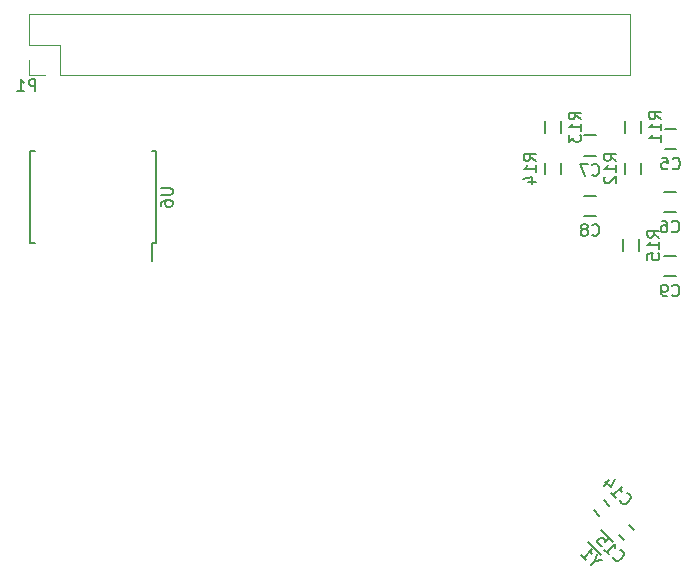
<source format=gbo>
G04 #@! TF.GenerationSoftware,KiCad,Pcbnew,5.0.0-fee4fd1~66~ubuntu18.04.1*
G04 #@! TF.CreationDate,2018-10-08T20:34:26+02:00*
G04 #@! TF.ProjectId,rasle,7261736C652E6B696361645F70636200,rev?*
G04 #@! TF.SameCoordinates,Original*
G04 #@! TF.FileFunction,Legend,Bot*
G04 #@! TF.FilePolarity,Positive*
%FSLAX46Y46*%
G04 Gerber Fmt 4.6, Leading zero omitted, Abs format (unit mm)*
G04 Created by KiCad (PCBNEW 5.0.0-fee4fd1~66~ubuntu18.04.1) date Mon Oct  8 20:34:26 2018*
%MOMM*%
%LPD*%
G01*
G04 APERTURE LIST*
%ADD10C,0.150000*%
%ADD11C,0.120000*%
G04 APERTURE END LIST*
D10*
G04 #@! TO.C,C8*
X254059200Y-110288000D02*
X255059200Y-110288000D01*
X255059200Y-111988000D02*
X254059200Y-111988000D01*
G04 #@! TO.C,C14*
X254849579Y-136864107D02*
X255344553Y-137359081D01*
X256193081Y-136510553D02*
X255698107Y-136015579D01*
G04 #@! TO.C,C15*
X258304351Y-138621823D02*
X257809377Y-138126849D01*
X256960849Y-138975377D02*
X257455823Y-139470351D01*
G04 #@! TO.C,R11*
X258881640Y-104934940D02*
X258881640Y-103934940D01*
X257531640Y-103934940D02*
X257531640Y-104934940D01*
G04 #@! TO.C,C9*
X261830840Y-117101020D02*
X260830840Y-117101020D01*
X260830840Y-115401020D02*
X261830840Y-115401020D01*
G04 #@! TO.C,R14*
X250714280Y-107473160D02*
X250714280Y-108473160D01*
X252064280Y-108473160D02*
X252064280Y-107473160D01*
G04 #@! TO.C,Y1*
X255465980Y-138581220D02*
X256526640Y-139641880D01*
X254405320Y-139641880D02*
X255465980Y-140702540D01*
G04 #@! TO.C,R12*
X257531640Y-107478240D02*
X257531640Y-108478240D01*
X258881640Y-108478240D02*
X258881640Y-107478240D01*
G04 #@! TO.C,R13*
X252076980Y-104955260D02*
X252076980Y-103955260D01*
X250726980Y-103955260D02*
X250726980Y-104955260D01*
G04 #@! TO.C,R15*
X258724160Y-114967240D02*
X258724160Y-113967240D01*
X257374160Y-113967240D02*
X257374160Y-114967240D01*
D11*
G04 #@! TO.C,P1*
X207040000Y-94900000D02*
X207040000Y-97500000D01*
X207040000Y-94900000D02*
X257960000Y-94900000D01*
X257960000Y-94900000D02*
X257960000Y-100100000D01*
X209640000Y-100100000D02*
X257960000Y-100100000D01*
X209640000Y-97500000D02*
X209640000Y-100100000D01*
X207040000Y-97500000D02*
X209640000Y-97500000D01*
X207040000Y-100100000D02*
X208370000Y-100100000D01*
X207040000Y-98770000D02*
X207040000Y-100100000D01*
D10*
G04 #@! TO.C,C5*
X260866400Y-104649200D02*
X261866400Y-104649200D01*
X261866400Y-106349200D02*
X260866400Y-106349200D01*
G04 #@! TO.C,C6*
X261803660Y-111680660D02*
X260803660Y-111680660D01*
X260803660Y-109980660D02*
X261803660Y-109980660D01*
G04 #@! TO.C,C7*
X255060980Y-106880060D02*
X254060980Y-106880060D01*
X254060980Y-105180060D02*
X255060980Y-105180060D01*
G04 #@! TO.C,U6*
X217821800Y-114276400D02*
X217466800Y-114276400D01*
X217821800Y-106526400D02*
X217466800Y-106526400D01*
X207171800Y-106526400D02*
X207526800Y-106526400D01*
X207171800Y-114276400D02*
X207526800Y-114276400D01*
X217821800Y-114276400D02*
X217821800Y-106526400D01*
X207171800Y-114276400D02*
X207171800Y-106526400D01*
X217466800Y-114276400D02*
X217466800Y-115801400D01*
G04 #@! TO.C,C8*
X254725866Y-113595142D02*
X254773485Y-113642761D01*
X254916342Y-113690380D01*
X255011580Y-113690380D01*
X255154438Y-113642761D01*
X255249676Y-113547523D01*
X255297295Y-113452285D01*
X255344914Y-113261809D01*
X255344914Y-113118952D01*
X255297295Y-112928476D01*
X255249676Y-112833238D01*
X255154438Y-112738000D01*
X255011580Y-112690380D01*
X254916342Y-112690380D01*
X254773485Y-112738000D01*
X254725866Y-112785619D01*
X254154438Y-113118952D02*
X254249676Y-113071333D01*
X254297295Y-113023714D01*
X254344914Y-112928476D01*
X254344914Y-112880857D01*
X254297295Y-112785619D01*
X254249676Y-112738000D01*
X254154438Y-112690380D01*
X253963961Y-112690380D01*
X253868723Y-112738000D01*
X253821104Y-112785619D01*
X253773485Y-112880857D01*
X253773485Y-112928476D01*
X253821104Y-113023714D01*
X253868723Y-113071333D01*
X253963961Y-113118952D01*
X254154438Y-113118952D01*
X254249676Y-113166571D01*
X254297295Y-113214190D01*
X254344914Y-113309428D01*
X254344914Y-113499904D01*
X254297295Y-113595142D01*
X254249676Y-113642761D01*
X254154438Y-113690380D01*
X253963961Y-113690380D01*
X253868723Y-113642761D01*
X253821104Y-113595142D01*
X253773485Y-113499904D01*
X253773485Y-113309428D01*
X253821104Y-113214190D01*
X253868723Y-113166571D01*
X253963961Y-113118952D01*
G04 #@! TO.C,C14*
X257066863Y-136050933D02*
X257066863Y-136118277D01*
X257134207Y-136252964D01*
X257201550Y-136320307D01*
X257336237Y-136387651D01*
X257470924Y-136387651D01*
X257571939Y-136353979D01*
X257740298Y-136252964D01*
X257841313Y-136151949D01*
X257942329Y-135983590D01*
X257976000Y-135882575D01*
X257976000Y-135747888D01*
X257908657Y-135613201D01*
X257841313Y-135545857D01*
X257706626Y-135478514D01*
X257639283Y-135478514D01*
X256326084Y-135444842D02*
X256730145Y-135848903D01*
X256528115Y-135646872D02*
X257235222Y-134939765D01*
X257201550Y-135108124D01*
X257201550Y-135242811D01*
X257235222Y-135343826D01*
X256191397Y-134367346D02*
X255719993Y-134838750D01*
X256629130Y-134266330D02*
X256292413Y-134939765D01*
X255854680Y-134502033D01*
G04 #@! TO.C,C15*
X256491127Y-140849209D02*
X256491127Y-140916553D01*
X256558471Y-141051240D01*
X256625814Y-141118583D01*
X256760501Y-141185927D01*
X256895188Y-141185927D01*
X256996203Y-141152255D01*
X257164562Y-141051240D01*
X257265577Y-140950225D01*
X257366593Y-140781866D01*
X257400264Y-140680851D01*
X257400264Y-140546164D01*
X257332921Y-140411477D01*
X257265577Y-140344133D01*
X257130890Y-140276790D01*
X257063547Y-140276790D01*
X255750348Y-140243118D02*
X256154409Y-140647179D01*
X255952379Y-140445148D02*
X256659486Y-139738041D01*
X256625814Y-139906400D01*
X256625814Y-140041087D01*
X256659486Y-140142102D01*
X255817692Y-138896248D02*
X256154409Y-139232965D01*
X255851364Y-139603354D01*
X255851364Y-139536011D01*
X255817692Y-139434996D01*
X255649333Y-139266637D01*
X255548318Y-139232965D01*
X255480974Y-139232965D01*
X255379959Y-139266637D01*
X255211600Y-139434996D01*
X255177929Y-139536011D01*
X255177929Y-139603354D01*
X255211600Y-139704370D01*
X255379959Y-139872728D01*
X255480974Y-139906400D01*
X255548318Y-139906400D01*
G04 #@! TO.C,R11*
X260559020Y-103792082D02*
X260082830Y-103458749D01*
X260559020Y-103220654D02*
X259559020Y-103220654D01*
X259559020Y-103601606D01*
X259606640Y-103696844D01*
X259654259Y-103744463D01*
X259749497Y-103792082D01*
X259892354Y-103792082D01*
X259987592Y-103744463D01*
X260035211Y-103696844D01*
X260082830Y-103601606D01*
X260082830Y-103220654D01*
X260559020Y-104744463D02*
X260559020Y-104173035D01*
X260559020Y-104458749D02*
X259559020Y-104458749D01*
X259701878Y-104363511D01*
X259797116Y-104268273D01*
X259844735Y-104173035D01*
X260559020Y-105696844D02*
X260559020Y-105125416D01*
X260559020Y-105411130D02*
X259559020Y-105411130D01*
X259701878Y-105315892D01*
X259797116Y-105220654D01*
X259844735Y-105125416D01*
G04 #@! TO.C,C9*
X261497506Y-118708162D02*
X261545125Y-118755781D01*
X261687982Y-118803400D01*
X261783220Y-118803400D01*
X261926078Y-118755781D01*
X262021316Y-118660543D01*
X262068935Y-118565305D01*
X262116554Y-118374829D01*
X262116554Y-118231972D01*
X262068935Y-118041496D01*
X262021316Y-117946258D01*
X261926078Y-117851020D01*
X261783220Y-117803400D01*
X261687982Y-117803400D01*
X261545125Y-117851020D01*
X261497506Y-117898639D01*
X261021316Y-118803400D02*
X260830840Y-118803400D01*
X260735601Y-118755781D01*
X260687982Y-118708162D01*
X260592744Y-118565305D01*
X260545125Y-118374829D01*
X260545125Y-117993877D01*
X260592744Y-117898639D01*
X260640363Y-117851020D01*
X260735601Y-117803400D01*
X260926078Y-117803400D01*
X261021316Y-117851020D01*
X261068935Y-117898639D01*
X261116554Y-117993877D01*
X261116554Y-118231972D01*
X261068935Y-118327210D01*
X261021316Y-118374829D01*
X260926078Y-118422448D01*
X260735601Y-118422448D01*
X260640363Y-118374829D01*
X260592744Y-118327210D01*
X260545125Y-118231972D01*
G04 #@! TO.C,R14*
X249941660Y-107330302D02*
X249465470Y-106996969D01*
X249941660Y-106758874D02*
X248941660Y-106758874D01*
X248941660Y-107139826D01*
X248989280Y-107235064D01*
X249036899Y-107282683D01*
X249132137Y-107330302D01*
X249274994Y-107330302D01*
X249370232Y-107282683D01*
X249417851Y-107235064D01*
X249465470Y-107139826D01*
X249465470Y-106758874D01*
X249941660Y-108282683D02*
X249941660Y-107711255D01*
X249941660Y-107996969D02*
X248941660Y-107996969D01*
X249084518Y-107901731D01*
X249179756Y-107806493D01*
X249227375Y-107711255D01*
X249274994Y-109139826D02*
X249941660Y-109139826D01*
X248894041Y-108901731D02*
X249608327Y-108663636D01*
X249608327Y-109282683D01*
G04 #@! TO.C,Y1*
X254971005Y-141234553D02*
X254634287Y-141571271D01*
X255577096Y-141099866D02*
X254971005Y-141234553D01*
X255105692Y-140628462D01*
X253792494Y-140729477D02*
X254196555Y-141133538D01*
X253994524Y-140931507D02*
X254701631Y-140224401D01*
X254667959Y-140392759D01*
X254667959Y-140527446D01*
X254701631Y-140628462D01*
G04 #@! TO.C,R12*
X256759020Y-107335382D02*
X256282830Y-107002049D01*
X256759020Y-106763954D02*
X255759020Y-106763954D01*
X255759020Y-107144906D01*
X255806640Y-107240144D01*
X255854259Y-107287763D01*
X255949497Y-107335382D01*
X256092354Y-107335382D01*
X256187592Y-107287763D01*
X256235211Y-107240144D01*
X256282830Y-107144906D01*
X256282830Y-106763954D01*
X256759020Y-108287763D02*
X256759020Y-107716335D01*
X256759020Y-108002049D02*
X255759020Y-108002049D01*
X255901878Y-107906811D01*
X255997116Y-107811573D01*
X256044735Y-107716335D01*
X255854259Y-108668716D02*
X255806640Y-108716335D01*
X255759020Y-108811573D01*
X255759020Y-109049668D01*
X255806640Y-109144906D01*
X255854259Y-109192525D01*
X255949497Y-109240144D01*
X256044735Y-109240144D01*
X256187592Y-109192525D01*
X256759020Y-108621097D01*
X256759020Y-109240144D01*
G04 #@! TO.C,R13*
X253754360Y-103812402D02*
X253278170Y-103479069D01*
X253754360Y-103240974D02*
X252754360Y-103240974D01*
X252754360Y-103621926D01*
X252801980Y-103717164D01*
X252849599Y-103764783D01*
X252944837Y-103812402D01*
X253087694Y-103812402D01*
X253182932Y-103764783D01*
X253230551Y-103717164D01*
X253278170Y-103621926D01*
X253278170Y-103240974D01*
X253754360Y-104764783D02*
X253754360Y-104193355D01*
X253754360Y-104479069D02*
X252754360Y-104479069D01*
X252897218Y-104383831D01*
X252992456Y-104288593D01*
X253040075Y-104193355D01*
X252754360Y-105098117D02*
X252754360Y-105717164D01*
X253135313Y-105383831D01*
X253135313Y-105526688D01*
X253182932Y-105621926D01*
X253230551Y-105669545D01*
X253325789Y-105717164D01*
X253563884Y-105717164D01*
X253659122Y-105669545D01*
X253706741Y-105621926D01*
X253754360Y-105526688D01*
X253754360Y-105240974D01*
X253706741Y-105145736D01*
X253659122Y-105098117D01*
G04 #@! TO.C,R15*
X260401540Y-113824382D02*
X259925350Y-113491049D01*
X260401540Y-113252954D02*
X259401540Y-113252954D01*
X259401540Y-113633906D01*
X259449160Y-113729144D01*
X259496779Y-113776763D01*
X259592017Y-113824382D01*
X259734874Y-113824382D01*
X259830112Y-113776763D01*
X259877731Y-113729144D01*
X259925350Y-113633906D01*
X259925350Y-113252954D01*
X260401540Y-114776763D02*
X260401540Y-114205335D01*
X260401540Y-114491049D02*
X259401540Y-114491049D01*
X259544398Y-114395811D01*
X259639636Y-114300573D01*
X259687255Y-114205335D01*
X259401540Y-115681525D02*
X259401540Y-115205335D01*
X259877731Y-115157716D01*
X259830112Y-115205335D01*
X259782493Y-115300573D01*
X259782493Y-115538668D01*
X259830112Y-115633906D01*
X259877731Y-115681525D01*
X259972969Y-115729144D01*
X260211064Y-115729144D01*
X260306302Y-115681525D01*
X260353921Y-115633906D01*
X260401540Y-115538668D01*
X260401540Y-115300573D01*
X260353921Y-115205335D01*
X260306302Y-115157716D01*
G04 #@! TO.C,P1*
X207596095Y-101430380D02*
X207596095Y-100430380D01*
X207215142Y-100430380D01*
X207119904Y-100478000D01*
X207072285Y-100525619D01*
X207024666Y-100620857D01*
X207024666Y-100763714D01*
X207072285Y-100858952D01*
X207119904Y-100906571D01*
X207215142Y-100954190D01*
X207596095Y-100954190D01*
X206072285Y-101430380D02*
X206643714Y-101430380D01*
X206358000Y-101430380D02*
X206358000Y-100430380D01*
X206453238Y-100573238D01*
X206548476Y-100668476D01*
X206643714Y-100716095D01*
G04 #@! TO.C,C5*
X261533066Y-107956342D02*
X261580685Y-108003961D01*
X261723542Y-108051580D01*
X261818780Y-108051580D01*
X261961638Y-108003961D01*
X262056876Y-107908723D01*
X262104495Y-107813485D01*
X262152114Y-107623009D01*
X262152114Y-107480152D01*
X262104495Y-107289676D01*
X262056876Y-107194438D01*
X261961638Y-107099200D01*
X261818780Y-107051580D01*
X261723542Y-107051580D01*
X261580685Y-107099200D01*
X261533066Y-107146819D01*
X260628304Y-107051580D02*
X261104495Y-107051580D01*
X261152114Y-107527771D01*
X261104495Y-107480152D01*
X261009257Y-107432533D01*
X260771161Y-107432533D01*
X260675923Y-107480152D01*
X260628304Y-107527771D01*
X260580685Y-107623009D01*
X260580685Y-107861104D01*
X260628304Y-107956342D01*
X260675923Y-108003961D01*
X260771161Y-108051580D01*
X261009257Y-108051580D01*
X261104495Y-108003961D01*
X261152114Y-107956342D01*
G04 #@! TO.C,C6*
X261470326Y-113287802D02*
X261517945Y-113335421D01*
X261660802Y-113383040D01*
X261756040Y-113383040D01*
X261898898Y-113335421D01*
X261994136Y-113240183D01*
X262041755Y-113144945D01*
X262089374Y-112954469D01*
X262089374Y-112811612D01*
X262041755Y-112621136D01*
X261994136Y-112525898D01*
X261898898Y-112430660D01*
X261756040Y-112383040D01*
X261660802Y-112383040D01*
X261517945Y-112430660D01*
X261470326Y-112478279D01*
X260613183Y-112383040D02*
X260803660Y-112383040D01*
X260898898Y-112430660D01*
X260946517Y-112478279D01*
X261041755Y-112621136D01*
X261089374Y-112811612D01*
X261089374Y-113192564D01*
X261041755Y-113287802D01*
X260994136Y-113335421D01*
X260898898Y-113383040D01*
X260708421Y-113383040D01*
X260613183Y-113335421D01*
X260565564Y-113287802D01*
X260517945Y-113192564D01*
X260517945Y-112954469D01*
X260565564Y-112859231D01*
X260613183Y-112811612D01*
X260708421Y-112763993D01*
X260898898Y-112763993D01*
X260994136Y-112811612D01*
X261041755Y-112859231D01*
X261089374Y-112954469D01*
G04 #@! TO.C,C7*
X254727646Y-108487202D02*
X254775265Y-108534821D01*
X254918122Y-108582440D01*
X255013360Y-108582440D01*
X255156218Y-108534821D01*
X255251456Y-108439583D01*
X255299075Y-108344345D01*
X255346694Y-108153869D01*
X255346694Y-108011012D01*
X255299075Y-107820536D01*
X255251456Y-107725298D01*
X255156218Y-107630060D01*
X255013360Y-107582440D01*
X254918122Y-107582440D01*
X254775265Y-107630060D01*
X254727646Y-107677679D01*
X254394313Y-107582440D02*
X253727646Y-107582440D01*
X254156218Y-108582440D01*
G04 #@! TO.C,U6*
X218199180Y-109639495D02*
X219008704Y-109639495D01*
X219103942Y-109687114D01*
X219151561Y-109734733D01*
X219199180Y-109829971D01*
X219199180Y-110020447D01*
X219151561Y-110115685D01*
X219103942Y-110163304D01*
X219008704Y-110210923D01*
X218199180Y-110210923D01*
X218199180Y-111115685D02*
X218199180Y-110925209D01*
X218246800Y-110829971D01*
X218294419Y-110782352D01*
X218437276Y-110687114D01*
X218627752Y-110639495D01*
X219008704Y-110639495D01*
X219103942Y-110687114D01*
X219151561Y-110734733D01*
X219199180Y-110829971D01*
X219199180Y-111020447D01*
X219151561Y-111115685D01*
X219103942Y-111163304D01*
X219008704Y-111210923D01*
X218770609Y-111210923D01*
X218675371Y-111163304D01*
X218627752Y-111115685D01*
X218580133Y-111020447D01*
X218580133Y-110829971D01*
X218627752Y-110734733D01*
X218675371Y-110687114D01*
X218770609Y-110639495D01*
G04 #@! TD*
M02*

</source>
